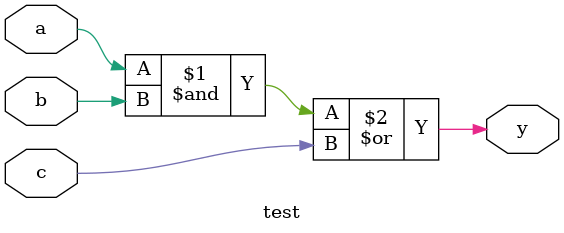
<source format=v>
module test(a,b,c,y);
input a,b,c;
output y;

assign y=a&b|c;
endmodule

</source>
